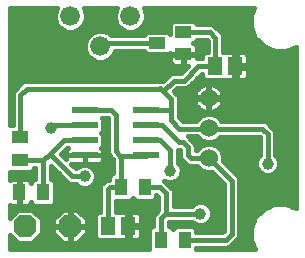
<source format=gtl>
G75*
%MOIN*%
%OFA0B0*%
%FSLAX24Y24*%
%IPPOS*%
%LPD*%
%AMOC8*
5,1,8,0,0,1.08239X$1,22.5*
%
%ADD10R,0.0512X0.0591*%
%ADD11R,0.0551X0.0394*%
%ADD12R,0.0866X0.0236*%
%ADD13C,0.0600*%
%ADD14OC8,0.0760*%
%ADD15R,0.0551X0.0433*%
%ADD16R,0.0433X0.0551*%
%ADD17C,0.0660*%
%ADD18C,0.0160*%
%ADD19C,0.0396*%
D10*
X004190Y001940D03*
X004860Y001940D03*
X007755Y007270D03*
X008425Y007270D03*
D11*
X006703Y007666D03*
X006703Y008414D03*
X005837Y008040D03*
D12*
X005454Y005805D03*
X005454Y005305D03*
X005454Y004805D03*
X005454Y004305D03*
X003406Y004305D03*
X003406Y004805D03*
X003406Y005305D03*
X003406Y005805D03*
D13*
X007545Y006210D03*
X007545Y005210D03*
X007545Y004210D03*
D14*
X002930Y001930D03*
X001430Y001930D03*
D15*
X001265Y004126D03*
X001265Y004914D03*
D16*
X001236Y003060D03*
X002024Y003060D03*
X004616Y003240D03*
X005404Y003240D03*
X005951Y001480D03*
X006739Y001480D03*
D17*
X003930Y007930D03*
X002930Y008930D03*
X004930Y008930D03*
D18*
X000910Y001658D02*
X000910Y001160D01*
X005555Y001160D01*
X005555Y001830D01*
X005660Y001936D01*
X005700Y001936D01*
X005700Y002262D01*
X005740Y002357D01*
X005813Y002430D01*
X005860Y002478D01*
X005860Y002922D01*
X005802Y002980D01*
X005800Y002980D01*
X005800Y002890D01*
X005695Y002784D01*
X005113Y002784D01*
X005010Y002887D01*
X004907Y002784D01*
X004450Y002784D01*
X004450Y002415D01*
X004521Y002415D01*
X004534Y002403D01*
X004534Y002403D01*
X004580Y002415D01*
X004812Y002415D01*
X004812Y001988D01*
X004908Y001988D01*
X005296Y001988D01*
X005296Y002259D01*
X005283Y002305D01*
X005260Y002346D01*
X005226Y002379D01*
X005185Y002403D01*
X005139Y002415D01*
X004908Y002415D01*
X004908Y001988D01*
X004908Y001892D01*
X005296Y001892D01*
X005296Y001621D01*
X005283Y001575D01*
X005260Y001534D01*
X005226Y001501D01*
X005185Y001477D01*
X005139Y001465D01*
X004908Y001465D01*
X004908Y001892D01*
X004812Y001892D01*
X004812Y001465D01*
X004580Y001465D01*
X004534Y001477D01*
X004534Y001477D01*
X004521Y001465D01*
X003860Y001465D01*
X003754Y001570D01*
X003754Y002310D01*
X003860Y002415D01*
X003930Y002415D01*
X003930Y003232D01*
X003970Y003328D01*
X004020Y003377D01*
X004020Y003377D01*
X004093Y003450D01*
X004188Y003490D01*
X004220Y003490D01*
X004220Y003590D01*
X004325Y003696D01*
X004356Y003696D01*
X004356Y004125D01*
X004334Y004178D01*
X004220Y004293D01*
X004180Y004388D01*
X004180Y005542D01*
X004177Y005545D01*
X003972Y005545D01*
X004019Y005498D01*
X004019Y005112D01*
X003962Y005055D01*
X004019Y004998D01*
X004019Y004612D01*
X003962Y004555D01*
X003983Y004534D01*
X004007Y004493D01*
X004019Y004447D01*
X004019Y004305D01*
X004019Y004163D01*
X004007Y004117D01*
X003983Y004076D01*
X003950Y004043D01*
X003909Y004019D01*
X003863Y004007D01*
X003406Y004007D01*
X003406Y004305D01*
X002793Y004305D01*
X003406Y004305D01*
X003406Y004305D01*
X003406Y004305D01*
X003406Y004007D01*
X002961Y004007D01*
X003108Y003860D01*
X003135Y003860D01*
X003196Y003921D01*
X003335Y003978D01*
X003485Y003978D01*
X003624Y003921D01*
X003731Y003814D01*
X003788Y003675D01*
X003788Y003525D01*
X003731Y003386D01*
X003624Y003279D01*
X003485Y003222D01*
X003335Y003222D01*
X003196Y003279D01*
X003135Y003340D01*
X002948Y003340D01*
X002853Y003380D01*
X002284Y003949D01*
X002284Y003516D01*
X002315Y003516D01*
X002420Y003410D01*
X002420Y002710D01*
X002315Y002604D01*
X001733Y002604D01*
X001627Y002710D01*
X001627Y002740D01*
X001621Y002715D01*
X001597Y002674D01*
X001563Y002640D01*
X001522Y002617D01*
X001477Y002604D01*
X001265Y002604D01*
X001265Y003032D01*
X001208Y003032D01*
X001208Y002604D01*
X000996Y002604D01*
X000950Y002617D01*
X000910Y002640D01*
X000910Y002202D01*
X001198Y002490D01*
X001662Y002490D01*
X001990Y002162D01*
X001990Y001698D01*
X001662Y001370D01*
X001198Y001370D01*
X000910Y001658D01*
X000910Y001631D02*
X000937Y001631D01*
X000910Y001473D02*
X001096Y001473D01*
X000910Y001314D02*
X005555Y001314D01*
X005555Y001473D02*
X005168Y001473D01*
X005296Y001631D02*
X005555Y001631D01*
X005555Y001790D02*
X005296Y001790D01*
X005296Y002107D02*
X005700Y002107D01*
X005700Y001948D02*
X004908Y001948D01*
X004908Y002107D02*
X004812Y002107D01*
X004812Y002265D02*
X004908Y002265D01*
X005294Y002265D02*
X005701Y002265D01*
X005806Y002424D02*
X004450Y002424D01*
X004450Y002582D02*
X005860Y002582D01*
X005860Y002741D02*
X004450Y002741D01*
X004190Y003180D02*
X004240Y003230D01*
X004606Y003230D01*
X004616Y003240D01*
X004616Y004214D01*
X004590Y004240D01*
X004590Y004290D01*
X005439Y004290D01*
X005454Y004305D01*
X005454Y004805D02*
X005935Y004805D01*
X006270Y004470D01*
X006270Y003790D01*
X006260Y003780D01*
X006530Y004045D02*
X006530Y004470D01*
X006582Y004470D01*
X006590Y004462D01*
X006590Y004258D01*
X006630Y004163D01*
X006730Y004063D01*
X006803Y003990D01*
X006898Y003950D01*
X007133Y003950D01*
X007138Y003938D01*
X007273Y003803D01*
X007450Y003730D01*
X007640Y003730D01*
X007652Y003735D01*
X008050Y003337D01*
X008050Y001788D01*
X008002Y001740D01*
X007135Y001740D01*
X007135Y001830D01*
X007030Y001936D01*
X006448Y001936D01*
X006345Y001833D01*
X006242Y001936D01*
X006220Y001936D01*
X006220Y002090D01*
X006995Y002090D01*
X007056Y002029D01*
X007195Y001972D01*
X007345Y001972D01*
X007484Y002029D01*
X007591Y002136D01*
X007648Y002275D01*
X007648Y002425D01*
X007591Y002564D01*
X007484Y002671D01*
X007345Y002728D01*
X007195Y002728D01*
X007056Y002671D01*
X006995Y002610D01*
X006380Y002610D01*
X006380Y003082D01*
X006340Y003177D01*
X006267Y003250D01*
X006067Y003451D01*
X006185Y003402D01*
X006335Y003402D01*
X006474Y003459D01*
X006581Y003566D01*
X006638Y003705D01*
X006638Y003855D01*
X006581Y003994D01*
X006530Y004045D01*
X006566Y004009D02*
X006784Y004009D01*
X006638Y003850D02*
X007226Y003850D01*
X006950Y004210D02*
X007545Y004210D01*
X008310Y003445D01*
X008310Y001680D01*
X008110Y001480D01*
X006739Y001480D01*
X007135Y001220D02*
X007135Y001160D01*
X009085Y001160D01*
X008950Y001485D01*
X008950Y001875D01*
X009099Y002235D01*
X009375Y002511D01*
X009735Y002660D01*
X010125Y002660D01*
X010450Y002525D01*
X010450Y007922D01*
X010125Y007787D01*
X009735Y007787D01*
X009375Y007936D01*
X009099Y008212D01*
X008950Y008572D01*
X008950Y008962D01*
X009047Y009196D01*
X005372Y009196D01*
X005440Y009031D01*
X005440Y008829D01*
X005362Y008641D01*
X005219Y008498D01*
X005031Y008420D01*
X004829Y008420D01*
X004641Y008498D01*
X004498Y008641D01*
X004420Y008829D01*
X004420Y009031D01*
X004488Y009196D01*
X003372Y009196D01*
X003440Y009031D01*
X003440Y008829D01*
X003362Y008641D01*
X003219Y008498D01*
X003031Y008420D01*
X002829Y008420D01*
X002641Y008498D01*
X002498Y008641D01*
X002420Y008829D01*
X002420Y009031D01*
X002488Y009196D01*
X000910Y009196D01*
X000910Y005305D01*
X000915Y005310D01*
X001005Y005310D01*
X001005Y006357D01*
X001045Y006452D01*
X001260Y006667D01*
X001260Y006667D01*
X001333Y006740D01*
X001428Y006780D01*
X005844Y006780D01*
X005868Y006790D01*
X005972Y006790D01*
X006007Y006775D01*
X006243Y007010D01*
X006338Y007050D01*
X006612Y007050D01*
X006851Y007289D01*
X006721Y007289D01*
X006721Y007648D01*
X006685Y007648D01*
X006247Y007648D01*
X006247Y007445D01*
X006260Y007400D01*
X006283Y007359D01*
X006317Y007325D01*
X006358Y007301D01*
X006404Y007289D01*
X006685Y007289D01*
X006685Y007648D01*
X006685Y007684D01*
X006247Y007684D01*
X006247Y007724D01*
X006187Y007663D01*
X005487Y007663D01*
X005381Y007769D01*
X005381Y007780D01*
X004420Y007780D01*
X004362Y007641D01*
X004219Y007498D01*
X004031Y007420D01*
X003829Y007420D01*
X003641Y007498D01*
X003498Y007641D01*
X003420Y007829D01*
X003420Y008031D01*
X003498Y008219D01*
X003641Y008362D01*
X003829Y008440D01*
X004031Y008440D01*
X004219Y008362D01*
X004281Y008300D01*
X005381Y008300D01*
X005381Y008311D01*
X005487Y008417D01*
X006187Y008417D01*
X006247Y008356D01*
X006247Y008685D01*
X006353Y008791D01*
X007053Y008791D01*
X007159Y008685D01*
X007159Y008660D01*
X007642Y008660D01*
X007737Y008620D01*
X007917Y008440D01*
X007990Y008367D01*
X008030Y008272D01*
X008030Y007745D01*
X008086Y007745D01*
X008099Y007733D01*
X008099Y007733D01*
X008145Y007745D01*
X008377Y007745D01*
X008377Y007318D01*
X008473Y007318D01*
X008861Y007318D01*
X008861Y007589D01*
X008848Y007635D01*
X008825Y007676D01*
X008791Y007709D01*
X008750Y007733D01*
X008704Y007745D01*
X008473Y007745D01*
X008473Y007318D01*
X008473Y007222D01*
X008861Y007222D01*
X008861Y006951D01*
X008848Y006905D01*
X008825Y006864D01*
X008791Y006831D01*
X008750Y006807D01*
X008704Y006795D01*
X008473Y006795D01*
X008473Y007222D01*
X008377Y007222D01*
X008377Y006795D01*
X008145Y006795D01*
X008099Y006807D01*
X008099Y006807D01*
X008086Y006795D01*
X007425Y006795D01*
X007319Y006900D01*
X007319Y007010D01*
X007308Y007010D01*
X006940Y006643D01*
X006867Y006570D01*
X006772Y006530D01*
X006498Y006530D01*
X006393Y006425D01*
X006437Y006380D01*
X006437Y006380D01*
X006510Y006307D01*
X006550Y006212D01*
X006550Y005881D01*
X006560Y005857D01*
X006560Y005568D01*
X006678Y005450D01*
X007125Y005450D01*
X007138Y005482D01*
X007273Y005617D01*
X007450Y005690D01*
X007640Y005690D01*
X007817Y005617D01*
X007952Y005482D01*
X007969Y005440D01*
X009382Y005440D01*
X009477Y005400D01*
X009730Y005147D01*
X009770Y005052D01*
X009770Y004295D01*
X009831Y004234D01*
X009888Y004095D01*
X009888Y003945D01*
X009831Y003806D01*
X009724Y003699D01*
X009585Y003642D01*
X009435Y003642D01*
X009296Y003699D01*
X009189Y003806D01*
X009132Y003945D01*
X009132Y004095D01*
X009189Y004234D01*
X009250Y004295D01*
X009250Y004892D01*
X009222Y004920D01*
X007934Y004920D01*
X007817Y004803D01*
X007640Y004730D01*
X007450Y004730D01*
X007273Y004803D01*
X007146Y004930D01*
X006858Y004930D01*
X006997Y004790D01*
X007070Y004717D01*
X007110Y004622D01*
X007110Y004470D01*
X007133Y004470D01*
X007138Y004482D01*
X007273Y004617D01*
X007450Y004690D01*
X007640Y004690D01*
X007817Y004617D01*
X007952Y004482D01*
X008025Y004305D01*
X008025Y004115D01*
X008020Y004103D01*
X008530Y003592D01*
X008570Y003497D01*
X008570Y001628D01*
X008530Y001533D01*
X008457Y001460D01*
X008457Y001460D01*
X008257Y001260D01*
X008162Y001220D01*
X007135Y001220D01*
X007135Y001790D02*
X008050Y001790D01*
X008050Y001948D02*
X006220Y001948D01*
X005960Y002210D02*
X005960Y001489D01*
X005951Y001480D01*
X005960Y002210D02*
X006100Y002350D01*
X006190Y002350D01*
X006120Y002420D01*
X006120Y003030D01*
X005910Y003240D01*
X005404Y003240D01*
X005800Y002899D02*
X005860Y002899D01*
X006302Y003216D02*
X008050Y003216D01*
X008050Y003058D02*
X006380Y003058D01*
X006380Y002899D02*
X008050Y002899D01*
X008050Y002741D02*
X006380Y002741D01*
X006190Y002350D02*
X007270Y002350D01*
X007561Y002107D02*
X008050Y002107D01*
X008050Y002265D02*
X007644Y002265D01*
X007648Y002424D02*
X008050Y002424D01*
X008050Y002582D02*
X007573Y002582D01*
X008013Y003375D02*
X006143Y003375D01*
X006548Y003533D02*
X007854Y003533D01*
X007696Y003692D02*
X006633Y003692D01*
X006628Y004167D02*
X006530Y004167D01*
X006530Y004326D02*
X006590Y004326D01*
X006850Y004310D02*
X006950Y004210D01*
X006850Y004310D02*
X006850Y004570D01*
X006690Y004730D01*
X006550Y004730D01*
X005975Y005305D01*
X005454Y005305D01*
X005454Y005805D02*
X006300Y005805D01*
X006300Y005460D01*
X006570Y005190D01*
X007525Y005190D01*
X007545Y005210D01*
X007575Y005180D01*
X009330Y005180D01*
X009510Y005000D01*
X009510Y004020D01*
X009162Y004167D02*
X008025Y004167D01*
X008017Y004326D02*
X009250Y004326D01*
X009250Y004484D02*
X007950Y004484D01*
X007755Y004643D02*
X009250Y004643D01*
X009250Y004801D02*
X007812Y004801D01*
X007335Y004643D02*
X007101Y004643D01*
X007110Y004484D02*
X007140Y004484D01*
X007278Y004801D02*
X006987Y004801D01*
X007250Y005594D02*
X006560Y005594D01*
X006560Y005752D02*
X007401Y005752D01*
X007433Y005742D02*
X007507Y005730D01*
X007525Y005730D01*
X007525Y006190D01*
X007565Y006190D01*
X007565Y006230D01*
X008025Y006230D01*
X008025Y006248D01*
X008013Y006322D01*
X007990Y006394D01*
X007956Y006462D01*
X007911Y006523D01*
X007858Y006576D01*
X007797Y006621D01*
X007729Y006655D01*
X007657Y006678D01*
X007583Y006690D01*
X007565Y006690D01*
X007565Y006230D01*
X007525Y006230D01*
X007525Y006690D01*
X007507Y006690D01*
X007433Y006678D01*
X007361Y006655D01*
X007293Y006621D01*
X007232Y006576D01*
X007179Y006523D01*
X007134Y006462D01*
X007100Y006394D01*
X007077Y006322D01*
X007065Y006248D01*
X007065Y006230D01*
X007525Y006230D01*
X007525Y006190D01*
X007065Y006190D01*
X007065Y006172D01*
X007077Y006098D01*
X007100Y006026D01*
X007134Y005958D01*
X007179Y005897D01*
X007232Y005844D01*
X007293Y005799D01*
X007361Y005765D01*
X007433Y005742D01*
X007525Y005752D02*
X007565Y005752D01*
X007565Y005730D02*
X007583Y005730D01*
X007657Y005742D01*
X007729Y005765D01*
X007797Y005799D01*
X007858Y005844D01*
X007911Y005897D01*
X007956Y005958D01*
X007990Y006026D01*
X008013Y006098D01*
X008025Y006172D01*
X008025Y006190D01*
X007565Y006190D01*
X007565Y005730D01*
X007689Y005752D02*
X010450Y005752D01*
X010450Y005594D02*
X007840Y005594D01*
X007921Y005911D02*
X010450Y005911D01*
X010450Y006069D02*
X008004Y006069D01*
X007993Y006386D02*
X010450Y006386D01*
X010450Y006545D02*
X007889Y006545D01*
X007565Y006545D02*
X007525Y006545D01*
X007525Y006386D02*
X007565Y006386D01*
X007565Y006228D02*
X010450Y006228D01*
X010450Y006703D02*
X007001Y006703D01*
X007159Y006862D02*
X007358Y006862D01*
X007201Y006545D02*
X006807Y006545D01*
X007097Y006386D02*
X006432Y006386D01*
X006543Y006228D02*
X007525Y006228D01*
X007525Y006069D02*
X007565Y006069D01*
X007565Y005911D02*
X007525Y005911D01*
X007169Y005911D02*
X006550Y005911D01*
X006550Y006069D02*
X007086Y006069D01*
X006290Y006160D02*
X006290Y005815D01*
X006300Y005805D01*
X006290Y006160D02*
X006025Y006425D01*
X006390Y006790D01*
X006720Y006790D01*
X007200Y007270D01*
X007755Y007270D01*
X007770Y007285D01*
X007770Y008220D01*
X007590Y008400D01*
X006717Y008400D01*
X006703Y008414D01*
X007081Y008764D02*
X008950Y008764D01*
X008950Y008605D02*
X007753Y008605D01*
X007911Y008447D02*
X009002Y008447D01*
X009068Y008288D02*
X008023Y008288D01*
X008030Y008130D02*
X009182Y008130D01*
X009340Y007971D02*
X008030Y007971D01*
X008030Y007813D02*
X009673Y007813D01*
X010187Y007813D02*
X010450Y007813D01*
X010450Y007654D02*
X008837Y007654D01*
X008861Y007496D02*
X010450Y007496D01*
X010450Y007337D02*
X008861Y007337D01*
X008861Y007179D02*
X010450Y007179D01*
X010450Y007020D02*
X008861Y007020D01*
X008822Y006862D02*
X010450Y006862D01*
X010450Y005435D02*
X009394Y005435D01*
X009601Y005277D02*
X010450Y005277D01*
X010450Y005118D02*
X009743Y005118D01*
X009770Y004960D02*
X010450Y004960D01*
X010450Y004801D02*
X009770Y004801D01*
X009770Y004643D02*
X010450Y004643D01*
X010450Y004484D02*
X009770Y004484D01*
X009770Y004326D02*
X010450Y004326D01*
X010450Y004167D02*
X009858Y004167D01*
X009888Y004009D02*
X010450Y004009D01*
X010450Y003850D02*
X009849Y003850D01*
X009705Y003692D02*
X010450Y003692D01*
X010450Y003533D02*
X008555Y003533D01*
X008570Y003375D02*
X010450Y003375D01*
X010450Y003216D02*
X008570Y003216D01*
X008570Y003058D02*
X010450Y003058D01*
X010450Y002899D02*
X008570Y002899D01*
X008570Y002741D02*
X010450Y002741D01*
X010450Y002582D02*
X010313Y002582D01*
X009547Y002582D02*
X008570Y002582D01*
X008570Y002424D02*
X009288Y002424D01*
X009129Y002265D02*
X008570Y002265D01*
X008570Y002107D02*
X009046Y002107D01*
X008980Y001948D02*
X008570Y001948D01*
X008570Y001790D02*
X008950Y001790D01*
X008950Y001631D02*
X008570Y001631D01*
X008470Y001473D02*
X008955Y001473D01*
X009021Y001314D02*
X008312Y001314D01*
X008431Y003692D02*
X009315Y003692D01*
X009171Y003850D02*
X008273Y003850D01*
X008114Y004009D02*
X009132Y004009D01*
X008473Y006862D02*
X008377Y006862D01*
X008377Y007020D02*
X008473Y007020D01*
X008473Y007179D02*
X008377Y007179D01*
X008377Y007337D02*
X008473Y007337D01*
X008473Y007496D02*
X008377Y007496D01*
X008377Y007654D02*
X008473Y007654D01*
X007510Y007745D02*
X007425Y007745D01*
X007319Y007640D01*
X007319Y007530D01*
X007159Y007530D01*
X007159Y007648D01*
X006722Y007648D01*
X006722Y007684D01*
X007159Y007684D01*
X007159Y007887D01*
X007146Y007932D01*
X007123Y007973D01*
X007089Y008007D01*
X007048Y008031D01*
X007024Y008037D01*
X007053Y008037D01*
X007156Y008140D01*
X007482Y008140D01*
X007510Y008112D01*
X007510Y007745D01*
X007510Y007813D02*
X007159Y007813D01*
X007124Y007971D02*
X007510Y007971D01*
X007493Y008130D02*
X007146Y008130D01*
X007334Y007654D02*
X006722Y007654D01*
X006685Y007654D02*
X004368Y007654D01*
X004214Y007496D02*
X006247Y007496D01*
X006305Y007337D02*
X000910Y007337D01*
X000910Y007179D02*
X006741Y007179D01*
X006721Y007337D02*
X006685Y007337D01*
X006685Y007496D02*
X006721Y007496D01*
X006266Y007020D02*
X000910Y007020D01*
X000910Y006862D02*
X006094Y006862D01*
X005920Y006530D02*
X005910Y006520D01*
X001480Y006520D01*
X001265Y006305D01*
X001265Y004914D01*
X001005Y005435D02*
X000910Y005435D01*
X000910Y005594D02*
X001005Y005594D01*
X001005Y005752D02*
X000910Y005752D01*
X000910Y005911D02*
X001005Y005911D01*
X001005Y006069D02*
X000910Y006069D01*
X000910Y006228D02*
X001005Y006228D01*
X001017Y006386D02*
X000910Y006386D01*
X000910Y006545D02*
X001137Y006545D01*
X001295Y006703D02*
X000910Y006703D01*
X000910Y007496D02*
X003646Y007496D01*
X003492Y007654D02*
X000910Y007654D01*
X000910Y007813D02*
X003427Y007813D01*
X003420Y007971D02*
X000910Y007971D01*
X000910Y008130D02*
X003461Y008130D01*
X003567Y008288D02*
X000910Y008288D01*
X000910Y008447D02*
X002765Y008447D01*
X002534Y008605D02*
X000910Y008605D01*
X000910Y008764D02*
X002447Y008764D01*
X002420Y008922D02*
X000910Y008922D01*
X000910Y009081D02*
X002440Y009081D01*
X003095Y008447D02*
X004765Y008447D01*
X004534Y008605D02*
X003326Y008605D01*
X003413Y008764D02*
X004447Y008764D01*
X004420Y008922D02*
X003440Y008922D01*
X003420Y009081D02*
X004440Y009081D01*
X005095Y008447D02*
X006247Y008447D01*
X006247Y008605D02*
X005326Y008605D01*
X005413Y008764D02*
X006326Y008764D01*
X005837Y008040D02*
X004040Y008040D01*
X003930Y007930D01*
X005440Y008922D02*
X008950Y008922D01*
X008999Y009081D02*
X005420Y009081D01*
X005920Y006530D02*
X006025Y006425D01*
X004440Y005650D02*
X004440Y004440D01*
X004590Y004290D01*
X004339Y004167D02*
X004019Y004167D01*
X004019Y004305D02*
X003406Y004305D01*
X004019Y004305D01*
X004019Y004326D02*
X004206Y004326D01*
X004180Y004484D02*
X004009Y004484D01*
X004019Y004643D02*
X004180Y004643D01*
X004180Y004801D02*
X004019Y004801D01*
X004019Y004960D02*
X004180Y004960D01*
X004180Y005118D02*
X004019Y005118D01*
X004019Y005277D02*
X004180Y005277D01*
X004180Y005435D02*
X004019Y005435D01*
X004285Y005805D02*
X004440Y005650D01*
X004285Y005805D02*
X003406Y005805D01*
X003406Y005305D02*
X002365Y005305D01*
X002280Y005220D01*
X002705Y004805D02*
X002250Y004350D01*
X003000Y003600D01*
X003410Y003600D01*
X003695Y003850D02*
X004356Y003850D01*
X004356Y004009D02*
X003869Y004009D01*
X003781Y003692D02*
X004321Y003692D01*
X004220Y003533D02*
X003788Y003533D01*
X003719Y003375D02*
X004017Y003375D01*
X003930Y003216D02*
X002420Y003216D01*
X002420Y003058D02*
X003930Y003058D01*
X003930Y002899D02*
X002420Y002899D01*
X002420Y002741D02*
X003930Y002741D01*
X003930Y002582D02*
X000910Y002582D01*
X000910Y002424D02*
X001132Y002424D01*
X000973Y002265D02*
X000910Y002265D01*
X001208Y002741D02*
X001265Y002741D01*
X001265Y002899D02*
X001208Y002899D01*
X001208Y003088D02*
X001208Y003516D01*
X000996Y003516D01*
X000950Y003503D01*
X000910Y003480D01*
X000910Y003735D01*
X000915Y003730D01*
X001615Y003730D01*
X001721Y003835D01*
X001721Y003866D01*
X001764Y003866D01*
X001764Y003516D01*
X001733Y003516D01*
X001627Y003410D01*
X001627Y003380D01*
X001621Y003405D01*
X001597Y003446D01*
X001563Y003480D01*
X001522Y003503D01*
X001477Y003516D01*
X001265Y003516D01*
X001265Y003088D01*
X001208Y003088D01*
X001208Y003216D02*
X001265Y003216D01*
X001265Y003375D02*
X001208Y003375D01*
X000910Y003533D02*
X001764Y003533D01*
X001764Y003692D02*
X000910Y003692D01*
X001265Y004126D02*
X002026Y004126D01*
X002024Y004124D01*
X002024Y003060D01*
X002420Y003375D02*
X002865Y003375D01*
X002699Y003533D02*
X002284Y003533D01*
X002284Y003692D02*
X002541Y003692D01*
X002382Y003850D02*
X002284Y003850D01*
X002026Y004126D02*
X002250Y004350D01*
X002618Y004350D02*
X002813Y004545D01*
X002841Y004545D01*
X002829Y004534D01*
X002806Y004493D01*
X002793Y004447D01*
X002793Y004305D01*
X002793Y004174D01*
X002618Y004350D01*
X002642Y004326D02*
X002793Y004326D01*
X002803Y004484D02*
X002752Y004484D01*
X002705Y004805D02*
X003406Y004805D01*
X003406Y004305D02*
X003406Y004305D01*
X003406Y004167D02*
X003406Y004167D01*
X003406Y004009D02*
X003406Y004009D01*
X004190Y003180D02*
X004190Y001940D01*
X003754Y001948D02*
X002950Y001948D01*
X002950Y001950D02*
X003490Y001950D01*
X003490Y002162D01*
X003162Y002490D01*
X002950Y002490D01*
X002950Y001950D01*
X002950Y001910D01*
X003490Y001910D01*
X003490Y001698D01*
X003162Y001370D01*
X002950Y001370D01*
X002950Y001910D01*
X002910Y001910D01*
X002910Y001370D01*
X002698Y001370D01*
X002370Y001698D01*
X002370Y001910D01*
X002910Y001910D01*
X002910Y001950D01*
X002910Y002490D01*
X002698Y002490D01*
X002370Y002162D01*
X002370Y001950D01*
X002910Y001950D01*
X002950Y001950D01*
X002910Y001948D02*
X001990Y001948D01*
X001990Y002107D02*
X002370Y002107D01*
X002473Y002265D02*
X001887Y002265D01*
X001728Y002424D02*
X002632Y002424D01*
X002910Y002424D02*
X002950Y002424D01*
X002950Y002265D02*
X002910Y002265D01*
X002910Y002107D02*
X002950Y002107D01*
X002950Y001790D02*
X002910Y001790D01*
X002910Y001631D02*
X002950Y001631D01*
X002950Y001473D02*
X002910Y001473D01*
X002596Y001473D02*
X001764Y001473D01*
X001923Y001631D02*
X002437Y001631D01*
X002370Y001790D02*
X001990Y001790D01*
X003264Y001473D02*
X003852Y001473D01*
X003754Y001631D02*
X003423Y001631D01*
X003490Y001790D02*
X003754Y001790D01*
X003754Y002107D02*
X003490Y002107D01*
X003387Y002265D02*
X003754Y002265D01*
X003930Y002424D02*
X003228Y002424D01*
X004529Y001473D02*
X004551Y001473D01*
X004812Y001473D02*
X004908Y001473D01*
X004908Y001631D02*
X004812Y001631D01*
X004812Y001790D02*
X004908Y001790D01*
X001764Y003850D02*
X001721Y003850D01*
D19*
X002280Y005220D03*
X003410Y003600D03*
X003560Y002850D03*
X006260Y003780D03*
X006870Y003030D03*
X007270Y002350D03*
X008620Y004420D03*
X009510Y004020D03*
X005420Y007130D03*
M02*

</source>
